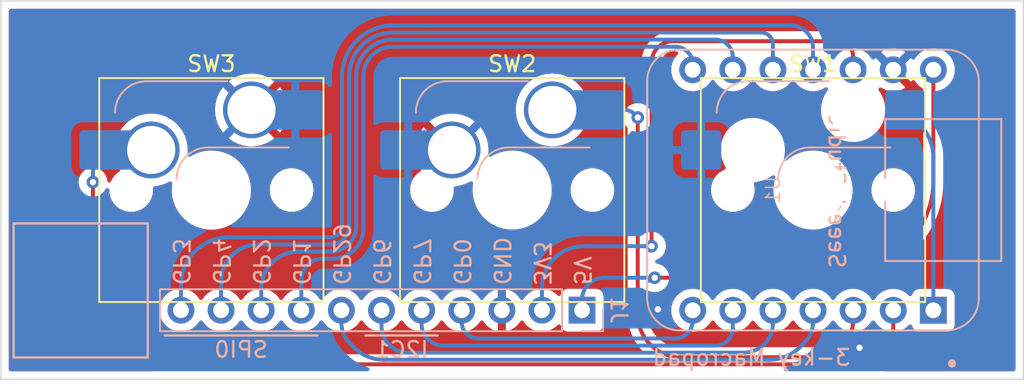
<source format=kicad_pcb>
(kicad_pcb (version 20211014) (generator pcbnew)
  (layers (0 "F.Cu" signal) (31 "B.Cu" signal) (34 "B.Paste" user) (35 "F.Paste" user) (36 "B.SilkS" user "B.Silkscreen") (37 "F.SilkS" user "F.Silkscreen") (38 "B.Mask" user) (39 "F.Mask" user) (44 "Edge.Cuts" user))
  (net 0 "")
  (net 1 "+5V")
  (net 2 "+3V3")
  (net 3 "/GP29_D03")
  (net 4 "/GP06_D04")
  (net 5 "/GP07_D05")
  (net 6 "/GP00_D06")
  (net 7 "/GP01_D07")
  (net 8 "/GP02_D08")
  (net 9 "/GP04_D09")
  (net 10 "/GP03_D10")
  (net 11 "Net-(U1-Pad1)")
  (net 12 "Net-(U1-Pad2)")
  (net 13 "Net-(U1-Pad3)")
  (net 14 "GND")
  (footprint "Switch_Keyboard_Hotswap_Kailh:SW_Hotswap_Kailh_MX_plated_1.00u" (layer "F.Cu") (at 79.9 92.75)
    (fp_text reference "SW3" (at 0 -8) (layer "F.SilkS"))
    (fp_text value "SW_Push")
    (fp_line (start -0.2 -2.7) (end 4.9 -2.7) (layer "B.SilkS") (width 0.12))
    (fp_line (start -4.1 -6.9) (end 1 -6.9) (layer "B.SilkS") (width 0.12))
    (fp_arc (start -2.2 -0.7) (mid -1.614214 -2.114214) (end -0.2 -2.7) (layer "B.SilkS") (width 0.12))
    (fp_arc (start -6.1 -4.9) (mid -5.514214 -6.314214) (end -4.1 -6.9) (layer "B.SilkS") (width 0.12))
    (fp_line (start 7.1 -7.1) (end -7.1 -7.1) (layer "F.SilkS") (width 0.12))
    (fp_line (start 7.1 7.1) (end 7.1 -7.1) (layer "F.SilkS") (width 0.12))
    (fp_line (start -7.1 -7.1) (end -7.1 7.1) (layer "F.SilkS") (width 0.12))
    (fp_line (start -7.1 7.1) (end 7.1 7.1) (layer "F.SilkS") (width 0.12))
    (pad "" np_thru_hole circle locked (at 5.08 0) (size 1.75 1.75) (drill 1.75) (layers *.Cu *.Mask))
    (pad "" np_thru_hole circle locked (at -5.08 0) (size 1.75 1.75) (drill 1.75) (layers *.Cu *.Mask))
    (pad "" np_thru_hole circle locked (at 0 0) (size 4 4) (drill 4) (layers *.Cu *.Mask))
    (pad "1" smd roundrect locked (at -6.585 -2.54) (size 3.55 2.5) (layers "B.Cu") (roundrect_rratio 0.1) (net 12 "Net-(U1-Pad2)"))
    (pad "1" thru_hole circle locked (at -3.81 -2.54) (size 3.6 3.6) (drill 3.05) (layers *.Cu "B.Mask") (net 12 "Net-(U1-Pad2)"))
    (pad "2" thru_hole circle locked (at 2.54 -5.08) (size 3.6 3.6) (drill 3.05) (layers *.Cu "B.Mask") (net 14 "GND"))
    (pad "2" smd roundrect locked (at 5.32 -5.08) (size 3.55 2.5) (layers "B.Cu") (roundrect_rratio 0.1) (net 14 "GND"))
  )
  (footprint "Switch_Keyboard_Hotswap_Kailh:SW_Hotswap_Kailh_MX_1.00u" (layer "F.Cu") (at 118 92.75)
    (fp_text reference "SW1" (at 0 -8) (layer "F.SilkS"))
    (fp_text value "SW_Push")
    (fp_line (start -0.2 -2.7) (end 4.9 -2.7) (layer "B.SilkS") (width 0.12))
    (fp_line (start -4.1 -6.9) (end 1 -6.9) (layer "B.SilkS") (width 0.12))
    (fp_arc (start -2.2 -0.7) (mid -1.614214 -2.114214) (end -0.2 -2.7) (layer "B.SilkS") (width 0.12))
    (fp_arc (start -6.1 -4.9) (mid -5.514214 -6.314214) (end -4.1 -6.9) (layer "B.SilkS") (width 0.12))
    (fp_line (start 7.1 7.1) (end 7.1 -7.1) (layer "F.SilkS") (width 0.12))
    (fp_line (start -7.1 -7.1) (end -7.1 7.1) (layer "F.SilkS") (width 0.12))
    (fp_line (start 7.1 -7.1) (end -7.1 -7.1) (layer "F.SilkS") (width 0.12))
    (fp_line (start -7.1 7.1) (end 7.1 7.1) (layer "F.SilkS") (width 0.12))
    (pad "" np_thru_hole circle locked (at 5.08 0) (size 1.75 1.75) (drill 1.75) (layers *.Cu *.Mask))
    (pad "" np_thru_hole circle locked (at 2.54 -5.08) (size 3.05 3.05) (drill 3.05) (layers *.Cu *.Mask))
    (pad "" np_thru_hole circle locked (at 0 0) (size 4 4) (drill 4) (layers *.Cu *.Mask))
    (pad "" np_thru_hole circle locked (at -3.81 -2.54) (size 3.05 3.05) (drill 3.05) (layers *.Cu *.Mask))
    (pad "" np_thru_hole circle locked (at -5.08 0) (size 1.75 1.75) (drill 1.75) (layers *.Cu *.Mask))
    (pad "1" smd roundrect locked (at -7.085 -2.54) (size 2.55 2.5) (layers "B.Cu" "B.Paste" "B.Mask") (roundrect_rratio 0.1) (net 14 "GND"))
    (pad "2" smd roundrect locked (at 5.842 -5.08) (size 2.55 2.5) (layers "B.Cu" "B.Paste" "B.Mask") (roundrect_rratio 0.1) (net 11 "Net-(U1-Pad1)"))
  )
  (footprint "Switch_Keyboard_Hotswap_Kailh:SW_Hotswap_Kailh_MX_plated_1.00u" (layer "F.Cu") (at 98.95 92.75)
    (fp_text reference "SW2" (at 0 -8) (layer "F.SilkS"))
    (fp_text value "SW_Push")
    (fp_line (start -0.2 -2.7) (end 4.9 -2.7) (layer "B.SilkS") (width 0.12))
    (fp_line (start -4.1 -6.9) (end 1 -6.9) (layer "B.SilkS") (width 0.12))
    (fp_arc (start -6.1 -4.9) (mid -5.514214 -6.314214) (end -4.1 -6.9) (layer "B.SilkS") (width 0.12))
    (fp_arc (start -2.2 -0.7) (mid -1.614214 -2.114214) (end -0.2 -2.7) (layer "B.SilkS") (width 0.12))
    (fp_line (start -7.1 -7.1) (end -7.1 7.1) (layer "F.SilkS") (width 0.12))
    (fp_line (start 7.1 7.1) (end 7.1 -7.1) (layer "F.SilkS") (width 0.12))
    (fp_line (start 7.1 -7.1) (end -7.1 -7.1) (layer "F.SilkS") (width 0.12))
    (fp_line (start -7.1 7.1) (end 7.1 7.1) (layer "F.SilkS") (width 0.12))
    (pad "" np_thru_hole circle locked (at 5.08 0) (size 1.75 1.75) (drill 1.75) (layers *.Cu *.Mask))
    (pad "" np_thru_hole circle locked (at -5.08 0) (size 1.75 1.75) (drill 1.75) (layers *.Cu *.Mask))
    (pad "" np_thru_hole circle locked (at 0 0) (size 4 4) (drill 4) (layers *.Cu *.Mask))
    (pad "1" smd roundrect locked (at -6.585 -2.54) (size 3.55 2.5) (layers "B.Cu") (roundrect_rratio 0.1) (net 14 "GND"))
    (pad "1" thru_hole circle locked (at -3.81 -2.54) (size 3.6 3.6) (drill 3.05) (layers *.Cu "B.Mask") (net 14 "GND"))
    (pad "2" smd roundrect locked (at 5.32 -5.08) (size 3.55 2.5) (layers "B.Cu") (roundrect_rratio 0.1) (net 13 "Net-(U1-Pad3)"))
    (pad "2" thru_hole circle locked (at 2.54 -5.08) (size 3.6 3.6) (drill 3.05) (layers *.Cu "B.Mask") (net 13 "Net-(U1-Pad3)"))
  )
  (footprint "Seeed Studio XIAO Series Library:XIAO-Generic-Thruhole-14P-2.54-21X17.8MM" (layer "B.Cu") (at 118 92.75 90)
    (fp_text reference "U1" (at 0 -2.54 90) (layer "B.SilkS") (effects (font (size 0.889 0.889) (thickness 0.1016)) (justify mirror)))
    (fp_text value "MOUDLE-SEEEDUINO-XIAO" hide)
    (fp_text user "XIAO" (at 0 -0.5 270 unlocked) (layer "B.SilkS") (effects (justify mirror)))
    (fp_text user "Seeed Studio" (at 0 1.5 270 unlocked) (layer "B.SilkS") (effects (justify mirror)))
    (fp_line (start 6.9 10.49909) (end -6.9 10.49909) (layer "B.SilkS") (width 0.127))
    (fp_line (start 4.5 4.57073) (end -4.5 4.57073) (layer "B.SilkS") (width 0.127))
    (fp_line (start 8.9 -8.5) (end 8.9 8.5) (layer "B.SilkS") (width 0.127))
    (fp_line (start -6.9 -10.5) (end 6.9 -10.5) (layer "B.SilkS") (width 0.127))
    (fp_line (start -8.9 8.5) (end -8.9 -8.5) (layer "B.SilkS") (width 0.127))
    (fp_line (start -4.5 11.92403) (end 4.5 11.92403) (layer "B.SilkS") (width 0.127))
    (fp_line (start 4.5 11.92403) (end 4.5 4.57073) (layer "B.SilkS") (width 0.127))
    (fp_line (start -4.5 4.57073) (end -4.5 11.92403) (layer "B.SilkS") (width 0.127))
    (fp_arc (start -8.9 -8.5) (mid -8.301423 -9.901423) (end -6.9 -10.5) (layer "B.SilkS") (width 0.12))
    (fp_arc (start 6.9 -10.5) (mid 8.314214 -9.914214) (end 8.9 -8.5) (layer "B.SilkS") (width 0.12))
    (fp_arc (start 8.9 8.5) (mid 8.301492 9.901492) (end 6.9 10.5) (layer "B.SilkS") (width 0.12))
    (fp_arc (start -6.9 10.5) (mid -8.301491 9.901491) (end -8.9 8.5) (layer "B.SilkS") (width 0.12))
    (fp_circle (center -11 8.8) (end -11 9.054) (layer "B.SilkS") (width 0) (fill solid))
    (fp_poly (pts (xy -8.887715 8.561705) (xy -8.884667 8.610473) (xy -8.880603 8.659494)) (layer "B.SilkS") (width 0.0254) (fill none))
    (fp_poly (pts (xy 8.889492 -8.521574) (xy 8.887713 -8.57085) (xy 8.884665 -8.619618) (xy 8.880601 -8.668639) (xy 8.875268 -8.717407) (xy 8.868664 -8.766175) (xy 8.861044 -8.81469) (xy 8.852153 -8.86295) (xy 8.842248 -8.910955)) (layer "B.SilkS") (width 0.0254) (fill none))
    (pad "1" thru_hole rect (at -7.625 7.62 90) (size 1.7 1.7) (drill 1) (layers *.Cu *.Mask) (net 11 "Net-(U1-Pad1)"))
    (pad "2" thru_hole circle (at -7.625 5.08 90) (size 1.7 1.7) (drill 1) (layers *.Cu *.Mask) (net 12 "Net-(U1-Pad2)"))
    (pad "3" thru_hole circle (at -7.625 2.54 90) (size 1.7 1.7) (drill 1) (layers *.Cu *.Mask) (net 13 "Net-(U1-Pad3)"))
    (pad "4" thru_hole circle (at -7.625 0 90) (size 1.7 1.7) (drill 1) (layers *.Cu *.Mask) (net 3 "/GP29_D03"))
    (pad "5" thru_hole circle (at -7.625 -2.54 90) (size 1.7 1.7) (drill 1) (layers *.Cu *.Mask) (net 4 "/GP06_D04"))
    (pad "6" thru_hole circle (at -7.625 -5.08 270) (size 1.7 1.7) (drill 1) (layers *.Cu *.Mask) (net 5 "/GP07_D05"))
    (pad "7" thru_hole circle (at -7.625 -7.62 90) (size 1.7 1.7) (drill 1) (layers *.Cu *.Mask) (net 6 "/GP00_D06"))
    (pad "8" thru_hole circle (at 7.625 -7.62 90) (size 1.7 1.7) (drill 1) (layers *.Cu *.Mask) (net 7 "/GP01_D07"))
    (pad "9" thru_hole circle (at 7.625 -5.08 90) (size 1.7 1.7) (drill 1) (layers *.Cu *.Mask) (net 8 "/GP02_D08"))
    (pad "10" thru_hole circle (at 7.625 -2.54 90) (size 1.7 1.7) (drill 1) (layers *.Cu *.Mask) (net 9 "/GP04_D09"))
    (pad "11" thru_hole circle (at 7.625 0 90) (size 1.7 1.7) (drill 1) (layers *.Cu *.Mask) (net 10 "/GP03_D10"))
    (pad "12" thru_hole circle (at 7.625 2.54 90) (size 1.7 1.7) (drill 1) (layers *.Cu *.Mask) (net 2 "+3V3"))
    (pad "13" thru_hole circle (at 7.625 5.08 90) (size 1.7 1.7) (drill 1) (layers *.Cu *.Mask) (net 14 "GND"))
    (pad "14" thru_hole circle (at 7.625 7.62 90) (size 1.7 1.7) (drill 1) (layers *.Cu *.Mask) (net 1 "+5V"))
  )
  (footprint "Connector_PinHeader_2.54mm:PinHeader_1x11_P2.54mm_Vertical" (layer "B.Cu") (at 103.375 100.37 90)
    (fp_text reference "J1" (at 0 2.33 270 unlocked) (layer "B.SilkS") (effects (justify mirror)))
    (fp_text value "Conn_01x11")
    (fp_line (start -1.33 1.33) (end 0 1.33) (layer "B.SilkS") (width 0.12))
    (fp_line (start -1.33 -26.73) (end 1.33 -26.73) (layer "B.SilkS") (width 0.12))
    (fp_line (start -1.33 0) (end -1.33 1.33) (layer "B.SilkS") (width 0.12))
    (fp_line (start 1.33 -1.27) (end 1.33 -26.73) (layer "B.SilkS") (width 0.12))
    (fp_line (start -1.33 -1.27) (end 1.33 -1.27) (layer "B.SilkS") (width 0.12))
    (fp_line (start -1.33 -1.27) (end -1.33 -26.73) (layer "B.SilkS") (width 0.12))
    (pad "1" thru_hole rect (at 0 0 90) (size 1.7 1.7) (drill 1) (layers *.Cu *.Mask) (net 1 "+5V"))
    (pad "2" thru_hole oval (at 0 -2.54 90) (size 1.7 1.7) (drill 1) (layers *.Cu *.Mask) (net 2 "+3V3"))
    (pad "3" thru_hole oval (at 0 -5.08 90) (size 1.7 1.7) (drill 1) (layers *.Cu *.Mask) (net 14 "GND"))
    (pad "4" thru_hole oval (at 0 -7.62 90) (size 1.7 1.7) (drill 1) (layers *.Cu *.Mask) (net 6 "/GP00_D06"))
    (pad "5" thru_hole oval (at 0 -10.16 90) (size 1.7 1.7) (drill 1) (layers *.Cu *.Mask) (net 5 "/GP07_D05"))
    (pad "6" thru_hole oval (at 0 -12.7 90) (size 1.7 1.7) (drill 1) (layers *.Cu *.Mask) (net 4 "/GP06_D04"))
    (pad "7" thru_hole oval (at 0 -15.24 90) (size 1.7 1.7) (drill 1) (layers *.Cu *.Mask) (net 3 "/GP29_D03"))
    (pad "8" thru_hole oval (at 0 -17.78 90) (size 1.7 1.7) (drill 1) (layers *.Cu *.Mask) (net 7 "/GP01_D07"))
    (pad "9" thru_hole oval (at 0 -20.32 90) (size 1.7 1.7) (drill 1) (layers *.Cu *.Mask) (net 8 "/GP02_D08"))
    (pad "10" thru_hole oval (at 0 -22.86 90) (size 1.7 1.7) (drill 1) (layers *.Cu *.Mask) (net 9 "/GP04_D09"))
    (pad "11" thru_hole oval (at 0 -25.4 90) (size 1.7 1.7) (drill 1) (layers *.Cu *.Mask) (net 10 "/GP03_D10"))
  )
  (gr_line (start 94.231 101.97) (end 89.659 101.97) (layer "B.SilkS") (width 0.15))
  (gr_line (start 86.611 101.97) (end 76.959 101.97) (layer "B.SilkS") (width 0.15))
  (gr_rect (start 75.875 94.87) (end 67.375 103.37) (layer "B.SilkS") (width 0.15) (fill none))
  (gr_line (start 131.335 80.75) (end 131.335 104.75) (layer "Edge.Cuts") (width 0.1))
  (gr_line (start 66.565 104.75) (end 66.565 80.75) (layer "Edge.Cuts") (width 0.1))
  (gr_line (start 66.565 80.75) (end 131.335 80.75) (layer "Edge.Cuts") (width 0.1))
  (gr_line (start 131.335 104.75) (end 66.565 104.75) (layer "Edge.Cuts") (width 0.1))
  (gr_text "GP2" (at 83.055 98.87 270) (layer "B.SilkS") (effects (font (size 1 1)) (justify left mirror)))
  (gr_text "GP6" (at 90.675 98.87 270) (layer "B.SilkS") (effects (font (size 1 1)) (justify left mirror)))
  (gr_text "GP0" (at 95.755 98.87 270) (layer "B.SilkS") (effects (font (size 1 1)) (justify left mirror)))
  (gr_text "SPI0" (at 81.785 102.87) (layer "B.SilkS") (effects (font (size 1 1)) (justify mirror)))
  (gr_text "5V" (at 103.375 98.87 270) (layer "B.SilkS") (effects (font (size 1 1)) (justify left mirror)))
  (gr_text "GP3" (at 77.975 98.87 270) (layer "B.SilkS") (effects (font (size 1 1)) (justify left mirror)))
  (gr_text "GP1" (at 85.595 98.87 270) (layer "B.SilkS") (effects (font (size 1 1)) (justify left mirror)))
  (gr_text "GP7" (at 93.215 98.87 270) (layer "B.SilkS") (effects (font (size 1 1)) (justify left mirror)))
  (gr_text "GP4" (at 80.515 98.87 270) (layer "B.SilkS") (effects (font (size 1 1)) (justify left mirror)))
  (gr_text "I2C1" (at 91.945 102.87) (layer "B.SilkS") (effects (font (size 1 1)) (justify mirror)))
  (gr_text "3V3" (at 100.835 98.87 270) (layer "B.SilkS") (effects (font (size 1 1)) (justify left mirror)))
  (gr_text "GND" (at 98.295 98.87 270) (layer "B.SilkS") (effects (font (size 1 1)) (justify left mirror)))
  (gr_text "3-key Macropad" (at 114.105 103.37) (layer "B.SilkS") (effects (font (size 1 1)) (justify mirror)))
  (gr_text "GP29" (at 88.135 98.87 270) (layer "B.SilkS") (effects (font (size 1 1)) (justify left mirror)))
  (segment (start 107.975 98.312142) (end 119.521036 98.312142) (width 0.25) (layer "F.Cu") (net 1))
  (segment (start 125.62 92.213178) (end 125.62 85.125) (width 0.25) (layer "F.Cu") (net 1))
  (segment (start 123.368792 96.718348) (end 124.026207 96.060934) (width 0.25) (layer "F.Cu") (net 1))
  (via (at 107.975 98.312142) (size 0.8) (drill 0.4) (layers "F.Cu" "B.Cu") (net 1))
  (arc (start 123.368792 96.718348) (mid 121.603426 97.897928) (end 119.521036 98.312142) (width 0.25) (layer "F.Cu") (net 1))
  (arc (start 125.62 92.213178) (mid 125.205786 94.295568) (end 124.026207 96.060934) (width 0.25) (layer "F.Cu") (net 1))
  (segment (start 107.975 98.312142) (end 104.762635 98.312142) (width 0.25) (layer "B.Cu") (net 1))
  (segment (start 107.975 98.312142) (end 107.875 98.412142) (width 0.25) (layer "B.Cu") (net 1))
  (segment (start 103.375 99.699777) (end 103.375 100.37) (width 0.25) (layer "B.Cu") (net 1))
  (arc (start 103.375 99.699777) (mid 103.480627 99.168752) (end 103.781429 98.718571) (width 0.25) (layer "B.Cu") (net 1))
  (arc (start 107.875 98.412142) (mid 107.764234 98.486152) (end 107.633578 98.512142) (width 0.25) (layer "B.Cu") (net 1))
  (arc (start 104.762635 98.312142) (mid 104.23161 98.417769) (end 103.781429 98.718571) (width 0.25) (layer "B.Cu") (net 1))
  (segment (start 107.775 96.312142) (end 107.775 84.677827) (width 0.25) (layer "F.Cu") (net 2))
  (segment (start 109.140685 83.312142) (end 119.575484 83.312142) (width 0.25) (layer "F.Cu") (net 2))
  (segment (start 120.54 84.276657) (end 120.54 85.125) (width 0.25) (layer "F.Cu") (net 2))
  (via (at 107.775 96.312142) (size 0.8) (drill 0.4) (layers "F.Cu" "B.Cu") (net 2))
  (arc (start 120.2575 83.594642) (mid 119.944588 83.385561) (end 119.575484 83.312142) (width 0.25) (layer "F.Cu") (net 2))
  (arc (start 108.175 83.712142) (mid 107.878956 84.155202) (end 107.775 84.677827) (width 0.25) (layer "F.Cu") (net 2))
  (arc (start 108.175 83.712142) (mid 108.61806 83.416098) (end 109.140685 83.312142) (width 0.25) (layer "F.Cu") (net 2))
  (arc (start 120.2575 83.594642) (mid 120.46658 83.907553) (end 120.54 84.276657) (width 0.25) (layer "F.Cu") (net 2))
  (segment (start 107.775 96.312142) (end 103.485894 96.312142) (width 0.25) (layer "B.Cu") (net 2))
  (segment (start 100.835 98.963036) (end 100.835 100.37) (width 0.25) (layer "B.Cu") (net 2))
  (arc (start 103.485894 96.312142) (mid 102.47144 96.513929) (end 101.611429 97.088571) (width 0.25) (layer "B.Cu") (net 2))
  (arc (start 101.611429 97.088571) (mid 101.036787 97.948582) (end 100.835 98.963036) (width 0.25) (layer "B.Cu") (net 2))
  (segment (start 88.135 101.1525) (end 88.135 100.37) (width 0.25) (layer "B.Cu") (net 3))
  (segment (start 115.225951 103.512142) (end 90.827349 103.512142) (width 0.25) (layer "B.Cu") (net 3))
  (segment (start 117.465377 102.421764) (end 117.1875 102.699642) (width 0.25) (layer "B.Cu") (net 3))
  (segment (start 118 101.131071) (end 118 100.375) (width 0.25) (layer "B.Cu") (net 3))
  (segment (start 88.923571 102.723571) (end 88.688311 102.488311) (width 0.25) (layer "B.Cu") (net 3))
  (arc (start 117.465377 102.421764) (mid 117.861056 101.829589) (end 118 101.131071) (width 0.25) (layer "B.Cu") (net 3))
  (arc (start 90.827349 103.512142) (mid 89.797031 103.307199) (end 88.923571 102.723571) (width 0.25) (layer "B.Cu") (net 3))
  (arc (start 115.225951 103.512142) (mid 116.287533 103.30098) (end 117.1875 102.699642) (width 0.25) (layer "B.Cu") (net 3))
  (arc (start 88.135 101.1525) (mid 88.2788 101.875435) (end 88.688311 102.488311) (width 0.25) (layer "B.Cu") (net 3))
  (segment (start 113.607789 103.062142) (end 92.360156 103.062142) (width 0.25) (layer "B.Cu") (net 4))
  (segment (start 90.675 101.376985) (end 90.675 100.37) (width 0.25) (layer "B.Cu") (net 4))
  (segment (start 115.46 101.209931) (end 115.46 100.375) (width 0.25) (layer "B.Cu") (net 4))
  (arc (start 91.168571 102.568571) (mid 91.715275 102.933867) (end 92.360156 103.062142) (width 0.25) (layer "B.Cu") (net 4))
  (arc (start 113.607789 103.062142) (mid 114.316599 102.92115) (end 114.9175 102.519642) (width 0.25) (layer "B.Cu") (net 4))
  (arc (start 91.168571 102.568571) (mid 90.803274 102.021866) (end 90.675 101.376985) (width 0.25) (layer "B.Cu") (net 4))
  (arc (start 114.9175 102.519642) (mid 115.319008 101.918741) (end 115.46 101.209931) (width 0.25) (layer "B.Cu") (net 4))
  (segment (start 93.215 101.251335) (end 93.215 100.37) (width 0.25) (layer "B.Cu") (net 5))
  (segment (start 94.575806 102.612142) (end 111.818916 102.612142) (width 0.25) (layer "B.Cu") (net 5))
  (segment (start 112.92 101.511058) (end 112.92 100.375) (width 0.25) (layer "B.Cu") (net 5))
  (arc (start 112.5975 102.289642) (mid 112.836184 101.932424) (end 112.92 101.511058) (width 0.25) (layer "B.Cu") (net 5))
  (arc (start 93.613571 102.213571) (mid 93.318585 101.772093) (end 93.215 101.251335) (width 0.25) (layer "B.Cu") (net 5))
  (arc (start 112.5975 102.289642) (mid 112.240282 102.528326) (end 111.818916 102.612142) (width 0.25) (layer "B.Cu") (net 5))
  (arc (start 93.613571 102.213571) (mid 94.055048 102.508556) (end 94.575806 102.612142) (width 0.25) (layer "B.Cu") (net 5))
  (segment (start 95.755 101.125685) (end 95.755 100.37) (width 0.25) (layer "B.Cu") (net 6))
  (segment (start 110.38 101.043987) (end 110.38 100.375) (width 0.25) (layer "B.Cu") (net 6))
  (segment (start 96.791456 102.162142) (end 109.261845 102.162142) (width 0.25) (layer "B.Cu") (net 6))
  (arc (start 110.0525 101.834642) (mid 109.689744 102.077027) (end 109.261845 102.162142) (width 0.25) (layer "B.Cu") (net 6))
  (arc (start 96.058571 101.858571) (mid 95.833895 101.52232) (end 95.755 101.125685) (width 0.25) (layer "B.Cu") (net 6))
  (arc (start 110.0525 101.834642) (mid 110.294885 101.471886) (end 110.38 101.043987) (width 0.25) (layer "B.Cu") (net 6))
  (arc (start 96.058571 101.858571) (mid 96.394821 102.083246) (end 96.791456 102.162142) (width 0.25) (layer "B.Cu") (net 6))
  (segment (start 110.38 84.721071) (end 110.38 85.125) (width 0.25) (layer "B.Cu") (net 7))
  (segment (start 85.595 98.47422) (end 85.595 100.37) (width 0.25) (layer "B.Cu") (net 7))
  (segment (start 110.094379 84.031521) (end 110.0525 83.989642) (width 0.25) (layer "B.Cu") (net 7))
  (segment (start 87.604504 97.1) (end 86.96922 97.1) (width 0.25) (layer "B.Cu") (net 7))
  (segment (start 109.261845 83.662142) (end 91.402817 83.662142) (width 0.25) (layer "B.Cu") (net 7))
  (segment (start 89.525 95.179504) (end 89.525 85.539959) (width 0.25) (layer "B.Cu") (net 7))
  (arc (start 87.604504 97.1) (mid 88.339446 96.953811) (end 88.9625 96.5375) (width 0.25) (layer "B.Cu") (net 7))
  (arc (start 110.38 84.721071) (mid 110.305769 84.347889) (end 110.094379 84.031521) (width 0.25) (layer "B.Cu") (net 7))
  (arc (start 90.075 84.212142) (mid 89.66794 84.821349) (end 89.525 85.539959) (width 0.25) (layer "B.Cu") (net 7))
  (arc (start 89.525 95.179504) (mid 89.378811 95.914446) (end 88.9625 96.5375) (width 0.25) (layer "B.Cu") (net 7))
  (arc (start 85.595 98.47422) (mid 85.699606 97.948329) (end 85.9975 97.5025) (width 0.25) (layer "B.Cu") (net 7))
  (arc (start 109.261845 83.662142) (mid 109.689744 83.747256) (end 110.0525 83.989642) (width 0.25) (layer "B.Cu") (net 7))
  (arc (start 86.96922 97.1) (mid 86.443329 97.204606) (end 85.9975 97.5025) (width 0.25) (layer "B.Cu") (net 7))
  (arc (start 90.075 84.212142) (mid 90.684207 83.805082) (end 91.402817 83.662142) (width 0.25) (layer "B.Cu") (net 7))
  (segment (start 91.402817 83.212142) (end 111.818916 83.212142) (width 0.25) (layer "B.Cu") (net 8))
  (segment (start 87.449479 96.65) (end 85.436413 96.65) (width 0.25) (layer "B.Cu") (net 8))
  (segment (start 83.055 99.031413) (end 83.055 100.37) (width 0.25) (layer "B.Cu") (net 8))
  (segment (start 112.92 84.313225) (end 112.92 85.125) (width 0.25) (layer "B.Cu") (net 8))
  (segment (start 89.075 85.539959) (end 89.075 95.024479) (width 0.25) (layer "B.Cu") (net 8))
  (arc (start 112.5975 83.534642) (mid 112.240282 83.295957) (end 111.818916 83.212142) (width 0.25) (layer "B.Cu") (net 8))
  (arc (start 89.075 95.024479) (mid 88.951264 95.646539) (end 88.598896 96.173896) (width 0.25) (layer "B.Cu") (net 8))
  (arc (start 89.075 85.539959) (mid 89.252194 84.649142) (end 89.756802 83.893944) (width 0.25) (layer "B.Cu") (net 8))
  (arc (start 91.402817 83.212142) (mid 90.512 83.389336) (end 89.756802 83.893944) (width 0.25) (layer "B.Cu") (net 8))
  (arc (start 83.055 99.031413) (mid 83.236274 98.120086) (end 83.7525 97.3475) (width 0.25) (layer "B.Cu") (net 8))
  (arc (start 112.92 84.313225) (mid 112.836184 83.891859) (end 112.5975 83.534642) (width 0.25) (layer "B.Cu") (net 8))
  (arc (start 88.598896 96.173896) (mid 88.071539 96.526264) (end 87.449479 96.65) (width 0.25) (layer "B.Cu") (net 8))
  (arc (start 85.436413 96.65) (mid 84.525086 96.831274) (end 83.7525 97.3475) (width 0.25) (layer "B.Cu") (net 8))
  (segment (start 115.46 83.504733) (end 115.46 85.125) (width 0.25) (layer "B.Cu") (net 9))
  (segment (start 80.515 98.564342) (end 80.515 100.37) (width 0.25) (layer "B.Cu") (net 9))
  (segment (start 114.717408 82.762142) (end 91.402817 82.762142) (width 0.25) (layer "B.Cu") (net 9))
  (segment (start 87.449479 96.2) (end 82.879342 96.2) (width 0.25) (layer "B.Cu") (net 9))
  (segment (start 88.625 85.539959) (end 88.625 95.024479) (width 0.25) (layer "B.Cu") (net 9))
  (arc (start 87.449479 96.2) (mid 87.899331 96.110518) (end 88.280698 95.855698) (width 0.25) (layer "B.Cu") (net 9))
  (arc (start 81.2075 96.8925) (mid 81.974547 96.379974) (end 82.879342 96.2) (width 0.25) (layer "B.Cu") (net 9))
  (arc (start 114.717408 82.762142) (mid 115.001585 82.818668) (end 115.2425 82.979642) (width 0.25) (layer "B.Cu") (net 9))
  (arc (start 89.438604 83.575746) (mid 90.339792 82.97359) (end 91.402817 82.762142) (width 0.25) (layer "B.Cu") (net 9))
  (arc (start 115.2425 82.979642) (mid 115.403473 83.220555) (end 115.46 83.504733) (width 0.25) (layer "B.Cu") (net 9))
  (arc (start 89.438604 83.575746) (mid 88.836448 84.476934) (end 88.625 85.539959) (width 0.25) (layer "B.Cu") (net 9))
  (arc (start 81.2075 96.8925) (mid 80.694974 97.659547) (end 80.515 98.564342) (width 0.25) (layer "B.Cu") (net 9))
  (arc (start 88.625 95.024479) (mid 88.535518 95.474331) (end 88.280698 95.855698) (width 0.25) (layer "B.Cu") (net 9))
  (segment (start 118 83.720505) (end 118 85.125) (width 0.25) (layer "B.Cu") (net 10))
  (segment (start 116.591636 82.312142) (end 93.175 82.312142) (width 0.25) (layer "B.Cu") (net 10))
  (segment (start 88.175 85.539959) (end 88.175 95.024479) (width 0.25) (layer "B.Cu") (net 10))
  (segment (start 77.975 98.780114) (end 77.975 100.37) (width 0.25) (layer "B.Cu") (net 10))
  (segment (start 81.005114 95.75) (end 87.449479 95.75) (width 0.25) (layer "B.Cu") (net 10))
  (segment (start 91.402817 82.312142) (end 93.775 82.312142) (width 0.25) (layer "B.Cu") (net 10))
  (arc (start 81.005114 95.75) (mid 79.845539 95.980653) (end 78.8625 96.6375) (width 0.25) (layer "B.Cu") (net 10))
  (arc (start 91.402817 82.312142) (mid 90.167585 82.557845) (end 89.120406 83.257548) (width 0.25) (layer "B.Cu") (net 10))
  (arc (start 89.120406 83.257548) (mid 88.420703 84.304727) (end 88.175 85.539959) (width 0.25) (layer "B.Cu") (net 10))
  (arc (start 118 83.720505) (mid 117.892794 83.181547) (end 117.5875 82.724642) (width 0.25) (layer "B.Cu") (net 10))
  (arc (start 88.175 95.024479) (mid 88.119773 95.302124) (end 87.9625 95.5375) (width 0.25) (layer "B.Cu") (net 10))
  (arc (start 116.591636 82.312142) (mid 117.130593 82.419347) (end 117.5875 82.724642) (width 0.25) (layer "B.Cu") (net 10))
  (arc (start 77.975 98.780114) (mid 78.205653 97.620539) (end 78.8625 96.6375) (width 0.25) (layer "B.Cu") (net 10))
  (arc (start 87.449479 95.75) (mid 87.727124 95.694773) (end 87.9625 95.5375) (width 0.25) (layer "B.Cu") (net 10))
  (segment (start 124.731 88.559) (end 123.842 87.67) (width 0.25) (layer "B.Cu") (net 11))
  (segment (start 125.62 90.705235) (end 125.62 100.375) (width 0.25) (layer "B.Cu") (net 11))
  (arc (start 124.731 88.559) (mid 125.388956 89.543701) (end 125.62 90.705235) (width 0.25) (layer "B.Cu") (net 11))
  (segment (start 78.47173 103.8) (end 121.065613 103.8) (width 0.25) (layer "F.Cu") (net 12))
  (segment (start 123.08 101.785613) (end 123.08 100.375) (width 0.25) (layer "F.Cu") (net 12))
  (segment (start 74.623974 102.206207) (end 73.993792 101.576025) (width 0.25) (layer "F.Cu") (net 12))
  (segment (start 72.4 92.25) (end 72.4 97.728269) (width 0.25) (layer "F.Cu") (net 12))
  (via (at 72.4 92.25) (size 0.8) (drill 0.4) (layers "F.Cu" "B.Cu") (net 12))
  (arc (start 72.4 97.728269) (mid 72.814213 99.810659) (end 73.993792 101.576025) (width 0.25) (layer "F.Cu") (net 12))
  (arc (start 123.08 101.785613) (mid 122.926663 102.556485) (end 122.49 103.21) (width 0.25) (layer "F.Cu") (net 12))
  (arc (start 74.623974 102.206207) (mid 76.389339 103.385786) (end 78.47173 103.8) (width 0.25) (layer "F.Cu") (net 12))
  (arc (start 122.49 103.21) (mid 121.836485 103.646663) (end 121.065613 103.8) (width 0.25) (layer "F.Cu") (net 12))
  (segment (start 72.4 91.6875) (end 72.4 92.25) (width 0.25) (layer "B.Cu") (net 12))
  (segment (start 72.797747 90.727252) (end 73.315 90.21) (width 0.25) (layer "B.Cu") (net 12))
  (arc (start 72.797747 90.727252) (mid 72.503371 91.167817) (end 72.4 91.6875) (width 0.25) (layer "B.Cu") (net 12))
  (segment (start 120.54 101.0925) (end 120.54 100.375) (width 0.25) (layer "F.Cu") (net 13))
  (segment (start 109.63137 103.35) (end 117.911055 103.35) (width 0.25) (layer "F.Cu") (net 13))
  (segment (start 120.03265 102.317349) (end 119.77 102.58) (width 0.25) (layer "F.Cu") (net 13))
  (segment (start 106.9 88.15) (end 106.9 100.618629) (width 0.25) (layer "F.Cu") (net 13))
  (via (at 106.9 88.15) (size 0.8) (drill 0.4) (layers "F.Cu" "B.Cu") (net 13))
  (arc (start 107.7 102.55) (mid 107.107913 101.663879) (end 106.9 100.618629) (width 0.25) (layer "F.Cu") (net 13))
  (arc (start 120.03265 102.317349) (mid 120.408144 101.755383) (end 120.54 101.0925) (width 0.25) (layer "F.Cu") (net 13))
  (arc (start 109.63137 103.35) (mid 108.58612 103.142086) (end 107.7 102.55) (width 0.25) (layer "F.Cu") (net 13))
  (arc (start 117.911055 103.35) (mid 118.917108 103.149883) (end 119.77 102.58) (width 0.25) (layer "F.Cu") (net 13))
  (segment (start 106.66 87.91) (end 106.9 88.15) (width 0.25) (layer "B.Cu") (net 13))
  (segment (start 106.080588 87.67) (end 104.27 87.67) (width 0.25) (layer "B.Cu") (net 13))
  (arc (start 106.66 87.91) (mid 106.394163 87.732373) (end 106.080588 87.67) (width 0.25) (layer "B.Cu") (net 13))
  (via (at 120.95 102.75) (size 0.8) (drill 0.4) (layers "F.Cu" "B.Cu") (net 14))
  (via (at 108.175 100.312142) (size 0.8) (drill 0.4) (layers "F.Cu" "B.Cu") (net 14))
  (zone (net 14) (net_name "GND") (layers F&B.Cu) (connect_pads (clearance 0.508)) (min_thickness 0.254) (fill yes (thermal_gap 0.508) (thermal_bridge_width 0.508))
    (polygon (pts (xy 131.375 104.75) (xy 66.575 104.75) (xy 66.575 80.75) (xy 131.375 80.75)))
  )
)
</source>
